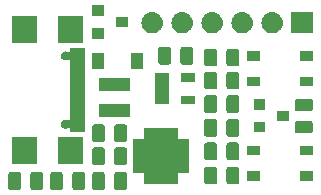
<source format=gbr>
G04 #@! TF.GenerationSoftware,KiCad,Pcbnew,(5.1.4-0-10_14)*
G04 #@! TF.CreationDate,2020-03-29T23:28:37+03:00*
G04 #@! TF.ProjectId,esp32-programmer,65737033-322d-4707-926f-6772616d6d65,rev?*
G04 #@! TF.SameCoordinates,Original*
G04 #@! TF.FileFunction,Soldermask,Top*
G04 #@! TF.FilePolarity,Negative*
%FSLAX46Y46*%
G04 Gerber Fmt 4.6, Leading zero omitted, Abs format (unit mm)*
G04 Created by KiCad (PCBNEW (5.1.4-0-10_14)) date 2020-03-29 23:28:37*
%MOMM*%
%LPD*%
G04 APERTURE LIST*
%ADD10C,0.100000*%
G04 APERTURE END LIST*
D10*
G36*
X64459468Y-108053565D02*
G01*
X64498138Y-108065296D01*
X64533777Y-108084346D01*
X64565017Y-108109983D01*
X64590654Y-108141223D01*
X64609704Y-108176862D01*
X64621435Y-108215532D01*
X64626000Y-108261888D01*
X64626000Y-109338112D01*
X64621435Y-109384468D01*
X64609704Y-109423138D01*
X64590654Y-109458777D01*
X64565017Y-109490017D01*
X64533777Y-109515654D01*
X64498138Y-109534704D01*
X64459468Y-109546435D01*
X64413112Y-109551000D01*
X63761888Y-109551000D01*
X63715532Y-109546435D01*
X63676862Y-109534704D01*
X63641223Y-109515654D01*
X63609983Y-109490017D01*
X63584346Y-109458777D01*
X63565296Y-109423138D01*
X63553565Y-109384468D01*
X63549000Y-109338112D01*
X63549000Y-108261888D01*
X63553565Y-108215532D01*
X63565296Y-108176862D01*
X63584346Y-108141223D01*
X63609983Y-108109983D01*
X63641223Y-108084346D01*
X63676862Y-108065296D01*
X63715532Y-108053565D01*
X63761888Y-108049000D01*
X64413112Y-108049000D01*
X64459468Y-108053565D01*
X64459468Y-108053565D01*
G37*
G36*
X62584468Y-108053565D02*
G01*
X62623138Y-108065296D01*
X62658777Y-108084346D01*
X62690017Y-108109983D01*
X62715654Y-108141223D01*
X62734704Y-108176862D01*
X62746435Y-108215532D01*
X62751000Y-108261888D01*
X62751000Y-109338112D01*
X62746435Y-109384468D01*
X62734704Y-109423138D01*
X62715654Y-109458777D01*
X62690017Y-109490017D01*
X62658777Y-109515654D01*
X62623138Y-109534704D01*
X62584468Y-109546435D01*
X62538112Y-109551000D01*
X61886888Y-109551000D01*
X61840532Y-109546435D01*
X61801862Y-109534704D01*
X61766223Y-109515654D01*
X61734983Y-109490017D01*
X61709346Y-109458777D01*
X61690296Y-109423138D01*
X61678565Y-109384468D01*
X61674000Y-109338112D01*
X61674000Y-108261888D01*
X61678565Y-108215532D01*
X61690296Y-108176862D01*
X61709346Y-108141223D01*
X61734983Y-108109983D01*
X61766223Y-108084346D01*
X61801862Y-108065296D01*
X61840532Y-108053565D01*
X61886888Y-108049000D01*
X62538112Y-108049000D01*
X62584468Y-108053565D01*
X62584468Y-108053565D01*
G37*
G36*
X60909468Y-108053565D02*
G01*
X60948138Y-108065296D01*
X60983777Y-108084346D01*
X61015017Y-108109983D01*
X61040654Y-108141223D01*
X61059704Y-108176862D01*
X61071435Y-108215532D01*
X61076000Y-108261888D01*
X61076000Y-109338112D01*
X61071435Y-109384468D01*
X61059704Y-109423138D01*
X61040654Y-109458777D01*
X61015017Y-109490017D01*
X60983777Y-109515654D01*
X60948138Y-109534704D01*
X60909468Y-109546435D01*
X60863112Y-109551000D01*
X60211888Y-109551000D01*
X60165532Y-109546435D01*
X60126862Y-109534704D01*
X60091223Y-109515654D01*
X60059983Y-109490017D01*
X60034346Y-109458777D01*
X60015296Y-109423138D01*
X60003565Y-109384468D01*
X59999000Y-109338112D01*
X59999000Y-108261888D01*
X60003565Y-108215532D01*
X60015296Y-108176862D01*
X60034346Y-108141223D01*
X60059983Y-108109983D01*
X60091223Y-108084346D01*
X60126862Y-108065296D01*
X60165532Y-108053565D01*
X60211888Y-108049000D01*
X60863112Y-108049000D01*
X60909468Y-108053565D01*
X60909468Y-108053565D01*
G37*
G36*
X59034468Y-108053565D02*
G01*
X59073138Y-108065296D01*
X59108777Y-108084346D01*
X59140017Y-108109983D01*
X59165654Y-108141223D01*
X59184704Y-108176862D01*
X59196435Y-108215532D01*
X59201000Y-108261888D01*
X59201000Y-109338112D01*
X59196435Y-109384468D01*
X59184704Y-109423138D01*
X59165654Y-109458777D01*
X59140017Y-109490017D01*
X59108777Y-109515654D01*
X59073138Y-109534704D01*
X59034468Y-109546435D01*
X58988112Y-109551000D01*
X58336888Y-109551000D01*
X58290532Y-109546435D01*
X58251862Y-109534704D01*
X58216223Y-109515654D01*
X58184983Y-109490017D01*
X58159346Y-109458777D01*
X58140296Y-109423138D01*
X58128565Y-109384468D01*
X58124000Y-109338112D01*
X58124000Y-108261888D01*
X58128565Y-108215532D01*
X58140296Y-108176862D01*
X58159346Y-108141223D01*
X58184983Y-108109983D01*
X58216223Y-108084346D01*
X58251862Y-108065296D01*
X58290532Y-108053565D01*
X58336888Y-108049000D01*
X58988112Y-108049000D01*
X59034468Y-108053565D01*
X59034468Y-108053565D01*
G37*
G36*
X57359468Y-108053565D02*
G01*
X57398138Y-108065296D01*
X57433777Y-108084346D01*
X57465017Y-108109983D01*
X57490654Y-108141223D01*
X57509704Y-108176862D01*
X57521435Y-108215532D01*
X57526000Y-108261888D01*
X57526000Y-109338112D01*
X57521435Y-109384468D01*
X57509704Y-109423138D01*
X57490654Y-109458777D01*
X57465017Y-109490017D01*
X57433777Y-109515654D01*
X57398138Y-109534704D01*
X57359468Y-109546435D01*
X57313112Y-109551000D01*
X56661888Y-109551000D01*
X56615532Y-109546435D01*
X56576862Y-109534704D01*
X56541223Y-109515654D01*
X56509983Y-109490017D01*
X56484346Y-109458777D01*
X56465296Y-109423138D01*
X56453565Y-109384468D01*
X56449000Y-109338112D01*
X56449000Y-108261888D01*
X56453565Y-108215532D01*
X56465296Y-108176862D01*
X56484346Y-108141223D01*
X56509983Y-108109983D01*
X56541223Y-108084346D01*
X56576862Y-108065296D01*
X56615532Y-108053565D01*
X56661888Y-108049000D01*
X57313112Y-108049000D01*
X57359468Y-108053565D01*
X57359468Y-108053565D01*
G37*
G36*
X55484468Y-108053565D02*
G01*
X55523138Y-108065296D01*
X55558777Y-108084346D01*
X55590017Y-108109983D01*
X55615654Y-108141223D01*
X55634704Y-108176862D01*
X55646435Y-108215532D01*
X55651000Y-108261888D01*
X55651000Y-109338112D01*
X55646435Y-109384468D01*
X55634704Y-109423138D01*
X55615654Y-109458777D01*
X55590017Y-109490017D01*
X55558777Y-109515654D01*
X55523138Y-109534704D01*
X55484468Y-109546435D01*
X55438112Y-109551000D01*
X54786888Y-109551000D01*
X54740532Y-109546435D01*
X54701862Y-109534704D01*
X54666223Y-109515654D01*
X54634983Y-109490017D01*
X54609346Y-109458777D01*
X54590296Y-109423138D01*
X54578565Y-109384468D01*
X54574000Y-109338112D01*
X54574000Y-108261888D01*
X54578565Y-108215532D01*
X54590296Y-108176862D01*
X54609346Y-108141223D01*
X54634983Y-108109983D01*
X54666223Y-108084346D01*
X54701862Y-108065296D01*
X54740532Y-108053565D01*
X54786888Y-108049000D01*
X55438112Y-108049000D01*
X55484468Y-108053565D01*
X55484468Y-108053565D01*
G37*
G36*
X66405355Y-104300083D02*
G01*
X66410029Y-104301501D01*
X66414330Y-104303800D01*
X66420702Y-104309029D01*
X66441076Y-104322643D01*
X66463715Y-104332020D01*
X66487749Y-104336800D01*
X66512253Y-104336800D01*
X66536286Y-104332019D01*
X66558925Y-104322642D01*
X66579298Y-104309029D01*
X66585670Y-104303800D01*
X66589971Y-104301501D01*
X66594645Y-104300083D01*
X66605641Y-104299000D01*
X66894359Y-104299000D01*
X66905355Y-104300083D01*
X66910029Y-104301501D01*
X66914330Y-104303800D01*
X66920702Y-104309029D01*
X66941076Y-104322643D01*
X66963715Y-104332020D01*
X66987749Y-104336800D01*
X67012253Y-104336800D01*
X67036286Y-104332019D01*
X67058925Y-104322642D01*
X67079298Y-104309029D01*
X67085670Y-104303800D01*
X67089971Y-104301501D01*
X67094645Y-104300083D01*
X67105641Y-104299000D01*
X67394359Y-104299000D01*
X67405355Y-104300083D01*
X67410029Y-104301501D01*
X67414330Y-104303800D01*
X67420702Y-104309029D01*
X67441076Y-104322643D01*
X67463715Y-104332020D01*
X67487749Y-104336800D01*
X67512253Y-104336800D01*
X67536286Y-104332019D01*
X67558925Y-104322642D01*
X67579298Y-104309029D01*
X67585670Y-104303800D01*
X67589971Y-104301501D01*
X67594645Y-104300083D01*
X67605641Y-104299000D01*
X67894359Y-104299000D01*
X67905355Y-104300083D01*
X67910029Y-104301501D01*
X67914330Y-104303800D01*
X67920702Y-104309029D01*
X67941076Y-104322643D01*
X67963715Y-104332020D01*
X67987749Y-104336800D01*
X68012253Y-104336800D01*
X68036286Y-104332019D01*
X68058925Y-104322642D01*
X68079298Y-104309029D01*
X68085670Y-104303800D01*
X68089971Y-104301501D01*
X68094645Y-104300083D01*
X68105641Y-104299000D01*
X68394359Y-104299000D01*
X68405355Y-104300083D01*
X68410029Y-104301501D01*
X68414330Y-104303800D01*
X68420702Y-104309029D01*
X68441076Y-104322643D01*
X68463715Y-104332020D01*
X68487749Y-104336800D01*
X68512253Y-104336800D01*
X68536286Y-104332019D01*
X68558925Y-104322642D01*
X68579298Y-104309029D01*
X68585670Y-104303800D01*
X68589971Y-104301501D01*
X68594645Y-104300083D01*
X68605641Y-104299000D01*
X68894359Y-104299000D01*
X68905355Y-104300083D01*
X68910029Y-104301501D01*
X68914331Y-104303800D01*
X68918104Y-104306896D01*
X68921200Y-104310669D01*
X68923499Y-104314971D01*
X68924917Y-104319645D01*
X68926000Y-104330641D01*
X68926000Y-105149001D01*
X68928402Y-105173387D01*
X68935515Y-105196836D01*
X68947066Y-105218447D01*
X68962611Y-105237389D01*
X68981553Y-105252934D01*
X69003164Y-105264485D01*
X69026613Y-105271598D01*
X69050999Y-105274000D01*
X69869359Y-105274000D01*
X69880355Y-105275083D01*
X69885029Y-105276501D01*
X69889331Y-105278800D01*
X69893104Y-105281896D01*
X69896200Y-105285669D01*
X69898499Y-105289971D01*
X69899917Y-105294645D01*
X69901000Y-105305641D01*
X69901000Y-105594359D01*
X69899917Y-105605355D01*
X69898499Y-105610029D01*
X69896200Y-105614330D01*
X69890971Y-105620702D01*
X69877357Y-105641076D01*
X69867980Y-105663715D01*
X69863200Y-105687749D01*
X69863200Y-105712253D01*
X69867981Y-105736286D01*
X69877358Y-105758925D01*
X69890971Y-105779298D01*
X69896200Y-105785670D01*
X69898499Y-105789971D01*
X69899917Y-105794645D01*
X69901000Y-105805641D01*
X69901000Y-106094359D01*
X69899917Y-106105355D01*
X69898499Y-106110029D01*
X69896200Y-106114330D01*
X69890971Y-106120702D01*
X69877357Y-106141076D01*
X69867980Y-106163715D01*
X69863200Y-106187749D01*
X69863200Y-106212253D01*
X69867981Y-106236286D01*
X69877358Y-106258925D01*
X69890971Y-106279298D01*
X69896200Y-106285670D01*
X69898499Y-106289971D01*
X69899917Y-106294645D01*
X69901000Y-106305641D01*
X69901000Y-106594359D01*
X69899917Y-106605355D01*
X69898499Y-106610029D01*
X69896200Y-106614330D01*
X69890971Y-106620702D01*
X69877357Y-106641076D01*
X69867980Y-106663715D01*
X69863200Y-106687749D01*
X69863200Y-106712253D01*
X69867981Y-106736286D01*
X69877358Y-106758925D01*
X69890971Y-106779298D01*
X69896200Y-106785670D01*
X69898499Y-106789971D01*
X69899917Y-106794645D01*
X69901000Y-106805641D01*
X69901000Y-107094359D01*
X69899917Y-107105355D01*
X69898499Y-107110029D01*
X69896200Y-107114330D01*
X69890971Y-107120702D01*
X69877357Y-107141076D01*
X69867980Y-107163715D01*
X69863200Y-107187749D01*
X69863200Y-107212253D01*
X69867981Y-107236286D01*
X69877358Y-107258925D01*
X69890971Y-107279298D01*
X69896200Y-107285670D01*
X69898499Y-107289971D01*
X69899917Y-107294645D01*
X69901000Y-107305641D01*
X69901000Y-107594359D01*
X69899917Y-107605355D01*
X69898499Y-107610029D01*
X69896200Y-107614330D01*
X69890971Y-107620702D01*
X69877357Y-107641076D01*
X69867980Y-107663715D01*
X69863200Y-107687749D01*
X69863200Y-107712253D01*
X69867981Y-107736286D01*
X69877358Y-107758925D01*
X69890971Y-107779298D01*
X69896200Y-107785670D01*
X69898499Y-107789971D01*
X69899917Y-107794645D01*
X69901000Y-107805641D01*
X69901000Y-108094359D01*
X69899917Y-108105355D01*
X69898499Y-108110029D01*
X69896200Y-108114331D01*
X69893104Y-108118104D01*
X69889331Y-108121200D01*
X69885029Y-108123499D01*
X69880355Y-108124917D01*
X69869359Y-108126000D01*
X69050999Y-108126000D01*
X69026613Y-108128402D01*
X69003164Y-108135515D01*
X68981553Y-108147066D01*
X68962611Y-108162611D01*
X68947066Y-108181553D01*
X68935515Y-108203164D01*
X68928402Y-108226613D01*
X68926000Y-108250999D01*
X68926000Y-109069359D01*
X68924917Y-109080355D01*
X68923499Y-109085029D01*
X68921200Y-109089331D01*
X68918104Y-109093104D01*
X68914331Y-109096200D01*
X68910029Y-109098499D01*
X68905355Y-109099917D01*
X68894359Y-109101000D01*
X68605641Y-109101000D01*
X68594645Y-109099917D01*
X68589971Y-109098499D01*
X68585670Y-109096200D01*
X68579298Y-109090971D01*
X68558924Y-109077357D01*
X68536285Y-109067980D01*
X68512251Y-109063200D01*
X68487747Y-109063200D01*
X68463714Y-109067981D01*
X68441075Y-109077358D01*
X68420702Y-109090971D01*
X68414330Y-109096200D01*
X68410029Y-109098499D01*
X68405355Y-109099917D01*
X68394359Y-109101000D01*
X68105641Y-109101000D01*
X68094645Y-109099917D01*
X68089971Y-109098499D01*
X68085670Y-109096200D01*
X68079298Y-109090971D01*
X68058924Y-109077357D01*
X68036285Y-109067980D01*
X68012251Y-109063200D01*
X67987747Y-109063200D01*
X67963714Y-109067981D01*
X67941075Y-109077358D01*
X67920702Y-109090971D01*
X67914330Y-109096200D01*
X67910029Y-109098499D01*
X67905355Y-109099917D01*
X67894359Y-109101000D01*
X67605641Y-109101000D01*
X67594645Y-109099917D01*
X67589971Y-109098499D01*
X67585670Y-109096200D01*
X67579298Y-109090971D01*
X67558924Y-109077357D01*
X67536285Y-109067980D01*
X67512251Y-109063200D01*
X67487747Y-109063200D01*
X67463714Y-109067981D01*
X67441075Y-109077358D01*
X67420702Y-109090971D01*
X67414330Y-109096200D01*
X67410029Y-109098499D01*
X67405355Y-109099917D01*
X67394359Y-109101000D01*
X67105641Y-109101000D01*
X67094645Y-109099917D01*
X67089971Y-109098499D01*
X67085670Y-109096200D01*
X67079298Y-109090971D01*
X67058924Y-109077357D01*
X67036285Y-109067980D01*
X67012251Y-109063200D01*
X66987747Y-109063200D01*
X66963714Y-109067981D01*
X66941075Y-109077358D01*
X66920702Y-109090971D01*
X66914330Y-109096200D01*
X66910029Y-109098499D01*
X66905355Y-109099917D01*
X66894359Y-109101000D01*
X66605641Y-109101000D01*
X66594645Y-109099917D01*
X66589971Y-109098499D01*
X66585670Y-109096200D01*
X66579298Y-109090971D01*
X66558924Y-109077357D01*
X66536285Y-109067980D01*
X66512251Y-109063200D01*
X66487747Y-109063200D01*
X66463714Y-109067981D01*
X66441075Y-109077358D01*
X66420702Y-109090971D01*
X66414330Y-109096200D01*
X66410029Y-109098499D01*
X66405355Y-109099917D01*
X66394359Y-109101000D01*
X66105641Y-109101000D01*
X66094645Y-109099917D01*
X66089971Y-109098499D01*
X66085669Y-109096200D01*
X66081896Y-109093104D01*
X66078800Y-109089331D01*
X66076501Y-109085029D01*
X66075083Y-109080355D01*
X66074000Y-109069359D01*
X66074000Y-108250999D01*
X66071598Y-108226613D01*
X66064485Y-108203164D01*
X66052934Y-108181553D01*
X66037389Y-108162611D01*
X66018447Y-108147066D01*
X65996836Y-108135515D01*
X65973387Y-108128402D01*
X65949001Y-108126000D01*
X65130641Y-108126000D01*
X65119645Y-108124917D01*
X65114971Y-108123499D01*
X65110669Y-108121200D01*
X65106896Y-108118104D01*
X65103800Y-108114331D01*
X65101501Y-108110029D01*
X65100083Y-108105355D01*
X65099000Y-108094359D01*
X65099000Y-107805641D01*
X65100083Y-107794645D01*
X65101501Y-107789971D01*
X65103800Y-107785670D01*
X65109029Y-107779298D01*
X65122643Y-107758924D01*
X65132020Y-107736285D01*
X65136800Y-107712251D01*
X65136800Y-107687747D01*
X65132019Y-107663714D01*
X65122642Y-107641075D01*
X65109029Y-107620702D01*
X65103800Y-107614330D01*
X65101501Y-107610029D01*
X65100083Y-107605355D01*
X65099000Y-107594359D01*
X65099000Y-107305641D01*
X65100083Y-107294645D01*
X65101501Y-107289971D01*
X65103800Y-107285670D01*
X65109029Y-107279298D01*
X65122643Y-107258924D01*
X65132020Y-107236285D01*
X65136800Y-107212251D01*
X65136800Y-107187747D01*
X65132019Y-107163714D01*
X65122642Y-107141075D01*
X65109029Y-107120702D01*
X65103800Y-107114330D01*
X65101501Y-107110029D01*
X65100083Y-107105355D01*
X65099000Y-107094359D01*
X65099000Y-106805641D01*
X65100083Y-106794645D01*
X65101501Y-106789971D01*
X65103800Y-106785670D01*
X65109029Y-106779298D01*
X65122643Y-106758924D01*
X65132020Y-106736285D01*
X65136800Y-106712251D01*
X65136800Y-106687747D01*
X65132019Y-106663714D01*
X65122642Y-106641075D01*
X65109029Y-106620702D01*
X65103800Y-106614330D01*
X65101501Y-106610029D01*
X65100083Y-106605355D01*
X65099000Y-106594359D01*
X65099000Y-106305641D01*
X65100083Y-106294645D01*
X65101501Y-106289971D01*
X65103800Y-106285670D01*
X65109029Y-106279298D01*
X65122643Y-106258924D01*
X65132020Y-106236285D01*
X65136800Y-106212251D01*
X65136800Y-106187747D01*
X65132019Y-106163714D01*
X65122642Y-106141075D01*
X65109029Y-106120702D01*
X65103800Y-106114330D01*
X65101501Y-106110029D01*
X65100083Y-106105355D01*
X65099000Y-106094359D01*
X65099000Y-105805641D01*
X65100083Y-105794645D01*
X65101501Y-105789971D01*
X65103800Y-105785670D01*
X65109029Y-105779298D01*
X65122643Y-105758924D01*
X65132020Y-105736285D01*
X65136800Y-105712251D01*
X65136800Y-105687747D01*
X65132019Y-105663714D01*
X65122642Y-105641075D01*
X65109029Y-105620702D01*
X65103800Y-105614330D01*
X65101501Y-105610029D01*
X65100083Y-105605355D01*
X65099000Y-105594359D01*
X65099000Y-105305641D01*
X65100083Y-105294645D01*
X65101501Y-105289971D01*
X65103800Y-105285669D01*
X65106896Y-105281896D01*
X65110669Y-105278800D01*
X65114971Y-105276501D01*
X65119645Y-105275083D01*
X65130641Y-105274000D01*
X65949001Y-105274000D01*
X65973387Y-105271598D01*
X65996836Y-105264485D01*
X66018447Y-105252934D01*
X66037389Y-105237389D01*
X66052934Y-105218447D01*
X66064485Y-105196836D01*
X66071598Y-105173387D01*
X66074000Y-105149001D01*
X66074000Y-104330641D01*
X66075083Y-104319645D01*
X66076501Y-104314971D01*
X66078800Y-104310669D01*
X66081896Y-104306896D01*
X66085669Y-104303800D01*
X66089971Y-104301501D01*
X66094645Y-104300083D01*
X66105641Y-104299000D01*
X66394359Y-104299000D01*
X66405355Y-104300083D01*
X66405355Y-104300083D01*
G37*
G36*
X72084468Y-107603565D02*
G01*
X72123138Y-107615296D01*
X72158777Y-107634346D01*
X72190017Y-107659983D01*
X72215654Y-107691223D01*
X72234704Y-107726862D01*
X72246435Y-107765532D01*
X72251000Y-107811888D01*
X72251000Y-108888112D01*
X72246435Y-108934468D01*
X72234704Y-108973138D01*
X72215654Y-109008777D01*
X72190017Y-109040017D01*
X72158777Y-109065654D01*
X72123138Y-109084704D01*
X72084468Y-109096435D01*
X72038112Y-109101000D01*
X71386888Y-109101000D01*
X71340532Y-109096435D01*
X71301862Y-109084704D01*
X71266223Y-109065654D01*
X71234983Y-109040017D01*
X71209346Y-109008777D01*
X71190296Y-108973138D01*
X71178565Y-108934468D01*
X71174000Y-108888112D01*
X71174000Y-107811888D01*
X71178565Y-107765532D01*
X71190296Y-107726862D01*
X71209346Y-107691223D01*
X71234983Y-107659983D01*
X71266223Y-107634346D01*
X71301862Y-107615296D01*
X71340532Y-107603565D01*
X71386888Y-107599000D01*
X72038112Y-107599000D01*
X72084468Y-107603565D01*
X72084468Y-107603565D01*
G37*
G36*
X73959468Y-107603565D02*
G01*
X73998138Y-107615296D01*
X74033777Y-107634346D01*
X74065017Y-107659983D01*
X74090654Y-107691223D01*
X74109704Y-107726862D01*
X74121435Y-107765532D01*
X74126000Y-107811888D01*
X74126000Y-108888112D01*
X74121435Y-108934468D01*
X74109704Y-108973138D01*
X74090654Y-109008777D01*
X74065017Y-109040017D01*
X74033777Y-109065654D01*
X73998138Y-109084704D01*
X73959468Y-109096435D01*
X73913112Y-109101000D01*
X73261888Y-109101000D01*
X73215532Y-109096435D01*
X73176862Y-109084704D01*
X73141223Y-109065654D01*
X73109983Y-109040017D01*
X73084346Y-109008777D01*
X73065296Y-108973138D01*
X73053565Y-108934468D01*
X73049000Y-108888112D01*
X73049000Y-107811888D01*
X73053565Y-107765532D01*
X73065296Y-107726862D01*
X73084346Y-107691223D01*
X73109983Y-107659983D01*
X73141223Y-107634346D01*
X73176862Y-107615296D01*
X73215532Y-107603565D01*
X73261888Y-107599000D01*
X73913112Y-107599000D01*
X73959468Y-107603565D01*
X73959468Y-107603565D01*
G37*
G36*
X80351000Y-108776000D02*
G01*
X79249000Y-108776000D01*
X79249000Y-107974000D01*
X80351000Y-107974000D01*
X80351000Y-108776000D01*
X80351000Y-108776000D01*
G37*
G36*
X75851000Y-108776000D02*
G01*
X74749000Y-108776000D01*
X74749000Y-107974000D01*
X75851000Y-107974000D01*
X75851000Y-108776000D01*
X75851000Y-108776000D01*
G37*
G36*
X64459468Y-105953565D02*
G01*
X64498138Y-105965296D01*
X64533777Y-105984346D01*
X64565017Y-106009983D01*
X64590654Y-106041223D01*
X64609704Y-106076862D01*
X64621435Y-106115532D01*
X64626000Y-106161888D01*
X64626000Y-107238112D01*
X64621435Y-107284468D01*
X64609704Y-107323138D01*
X64590654Y-107358777D01*
X64565017Y-107390017D01*
X64533777Y-107415654D01*
X64498138Y-107434704D01*
X64459468Y-107446435D01*
X64413112Y-107451000D01*
X63761888Y-107451000D01*
X63715532Y-107446435D01*
X63676862Y-107434704D01*
X63641223Y-107415654D01*
X63609983Y-107390017D01*
X63584346Y-107358777D01*
X63565296Y-107323138D01*
X63553565Y-107284468D01*
X63549000Y-107238112D01*
X63549000Y-106161888D01*
X63553565Y-106115532D01*
X63565296Y-106076862D01*
X63584346Y-106041223D01*
X63609983Y-106009983D01*
X63641223Y-105984346D01*
X63676862Y-105965296D01*
X63715532Y-105953565D01*
X63761888Y-105949000D01*
X64413112Y-105949000D01*
X64459468Y-105953565D01*
X64459468Y-105953565D01*
G37*
G36*
X62584468Y-105953565D02*
G01*
X62623138Y-105965296D01*
X62658777Y-105984346D01*
X62690017Y-106009983D01*
X62715654Y-106041223D01*
X62734704Y-106076862D01*
X62746435Y-106115532D01*
X62751000Y-106161888D01*
X62751000Y-107238112D01*
X62746435Y-107284468D01*
X62734704Y-107323138D01*
X62715654Y-107358777D01*
X62690017Y-107390017D01*
X62658777Y-107415654D01*
X62623138Y-107434704D01*
X62584468Y-107446435D01*
X62538112Y-107451000D01*
X61886888Y-107451000D01*
X61840532Y-107446435D01*
X61801862Y-107434704D01*
X61766223Y-107415654D01*
X61734983Y-107390017D01*
X61709346Y-107358777D01*
X61690296Y-107323138D01*
X61678565Y-107284468D01*
X61674000Y-107238112D01*
X61674000Y-106161888D01*
X61678565Y-106115532D01*
X61690296Y-106076862D01*
X61709346Y-106041223D01*
X61734983Y-106009983D01*
X61766223Y-105984346D01*
X61801862Y-105965296D01*
X61840532Y-105953565D01*
X61886888Y-105949000D01*
X62538112Y-105949000D01*
X62584468Y-105953565D01*
X62584468Y-105953565D01*
G37*
G36*
X56971000Y-107351000D02*
G01*
X54869000Y-107351000D01*
X54869000Y-105069000D01*
X56971000Y-105069000D01*
X56971000Y-107351000D01*
X56971000Y-107351000D01*
G37*
G36*
X60901000Y-107351000D02*
G01*
X58799000Y-107351000D01*
X58799000Y-105069000D01*
X60901000Y-105069000D01*
X60901000Y-107351000D01*
X60901000Y-107351000D01*
G37*
G36*
X73959468Y-105553565D02*
G01*
X73998138Y-105565296D01*
X74033777Y-105584346D01*
X74065017Y-105609983D01*
X74090654Y-105641223D01*
X74109704Y-105676862D01*
X74121435Y-105715532D01*
X74126000Y-105761888D01*
X74126000Y-106838112D01*
X74121435Y-106884468D01*
X74109704Y-106923138D01*
X74090654Y-106958777D01*
X74065017Y-106990017D01*
X74033777Y-107015654D01*
X73998138Y-107034704D01*
X73959468Y-107046435D01*
X73913112Y-107051000D01*
X73261888Y-107051000D01*
X73215532Y-107046435D01*
X73176862Y-107034704D01*
X73141223Y-107015654D01*
X73109983Y-106990017D01*
X73084346Y-106958777D01*
X73065296Y-106923138D01*
X73053565Y-106884468D01*
X73049000Y-106838112D01*
X73049000Y-105761888D01*
X73053565Y-105715532D01*
X73065296Y-105676862D01*
X73084346Y-105641223D01*
X73109983Y-105609983D01*
X73141223Y-105584346D01*
X73176862Y-105565296D01*
X73215532Y-105553565D01*
X73261888Y-105549000D01*
X73913112Y-105549000D01*
X73959468Y-105553565D01*
X73959468Y-105553565D01*
G37*
G36*
X72084468Y-105553565D02*
G01*
X72123138Y-105565296D01*
X72158777Y-105584346D01*
X72190017Y-105609983D01*
X72215654Y-105641223D01*
X72234704Y-105676862D01*
X72246435Y-105715532D01*
X72251000Y-105761888D01*
X72251000Y-106838112D01*
X72246435Y-106884468D01*
X72234704Y-106923138D01*
X72215654Y-106958777D01*
X72190017Y-106990017D01*
X72158777Y-107015654D01*
X72123138Y-107034704D01*
X72084468Y-107046435D01*
X72038112Y-107051000D01*
X71386888Y-107051000D01*
X71340532Y-107046435D01*
X71301862Y-107034704D01*
X71266223Y-107015654D01*
X71234983Y-106990017D01*
X71209346Y-106958777D01*
X71190296Y-106923138D01*
X71178565Y-106884468D01*
X71174000Y-106838112D01*
X71174000Y-105761888D01*
X71178565Y-105715532D01*
X71190296Y-105676862D01*
X71209346Y-105641223D01*
X71234983Y-105609983D01*
X71266223Y-105584346D01*
X71301862Y-105565296D01*
X71340532Y-105553565D01*
X71386888Y-105549000D01*
X72038112Y-105549000D01*
X72084468Y-105553565D01*
X72084468Y-105553565D01*
G37*
G36*
X80351000Y-106626000D02*
G01*
X79249000Y-106626000D01*
X79249000Y-105824000D01*
X80351000Y-105824000D01*
X80351000Y-106626000D01*
X80351000Y-106626000D01*
G37*
G36*
X75851000Y-106626000D02*
G01*
X74749000Y-106626000D01*
X74749000Y-105824000D01*
X75851000Y-105824000D01*
X75851000Y-106626000D01*
X75851000Y-106626000D01*
G37*
G36*
X62584468Y-104003565D02*
G01*
X62623138Y-104015296D01*
X62658777Y-104034346D01*
X62690017Y-104059983D01*
X62715654Y-104091223D01*
X62734704Y-104126862D01*
X62746435Y-104165532D01*
X62751000Y-104211888D01*
X62751000Y-105288112D01*
X62746435Y-105334468D01*
X62734704Y-105373138D01*
X62715654Y-105408777D01*
X62690017Y-105440017D01*
X62658777Y-105465654D01*
X62623138Y-105484704D01*
X62584468Y-105496435D01*
X62538112Y-105501000D01*
X61886888Y-105501000D01*
X61840532Y-105496435D01*
X61801862Y-105484704D01*
X61766223Y-105465654D01*
X61734983Y-105440017D01*
X61709346Y-105408777D01*
X61690296Y-105373138D01*
X61678565Y-105334468D01*
X61674000Y-105288112D01*
X61674000Y-104211888D01*
X61678565Y-104165532D01*
X61690296Y-104126862D01*
X61709346Y-104091223D01*
X61734983Y-104059983D01*
X61766223Y-104034346D01*
X61801862Y-104015296D01*
X61840532Y-104003565D01*
X61886888Y-103999000D01*
X62538112Y-103999000D01*
X62584468Y-104003565D01*
X62584468Y-104003565D01*
G37*
G36*
X64459468Y-104003565D02*
G01*
X64498138Y-104015296D01*
X64533777Y-104034346D01*
X64565017Y-104059983D01*
X64590654Y-104091223D01*
X64609704Y-104126862D01*
X64621435Y-104165532D01*
X64626000Y-104211888D01*
X64626000Y-105288112D01*
X64621435Y-105334468D01*
X64609704Y-105373138D01*
X64590654Y-105408777D01*
X64565017Y-105440017D01*
X64533777Y-105465654D01*
X64498138Y-105484704D01*
X64459468Y-105496435D01*
X64413112Y-105501000D01*
X63761888Y-105501000D01*
X63715532Y-105496435D01*
X63676862Y-105484704D01*
X63641223Y-105465654D01*
X63609983Y-105440017D01*
X63584346Y-105408777D01*
X63565296Y-105373138D01*
X63553565Y-105334468D01*
X63549000Y-105288112D01*
X63549000Y-104211888D01*
X63553565Y-104165532D01*
X63565296Y-104126862D01*
X63584346Y-104091223D01*
X63609983Y-104059983D01*
X63641223Y-104034346D01*
X63676862Y-104015296D01*
X63715532Y-104003565D01*
X63761888Y-103999000D01*
X64413112Y-103999000D01*
X64459468Y-104003565D01*
X64459468Y-104003565D01*
G37*
G36*
X72084468Y-103553565D02*
G01*
X72123138Y-103565296D01*
X72158777Y-103584346D01*
X72190017Y-103609983D01*
X72215654Y-103641223D01*
X72234704Y-103676862D01*
X72246435Y-103715532D01*
X72251000Y-103761888D01*
X72251000Y-104838112D01*
X72246435Y-104884468D01*
X72234704Y-104923138D01*
X72215654Y-104958777D01*
X72190017Y-104990017D01*
X72158777Y-105015654D01*
X72123138Y-105034704D01*
X72084468Y-105046435D01*
X72038112Y-105051000D01*
X71386888Y-105051000D01*
X71340532Y-105046435D01*
X71301862Y-105034704D01*
X71266223Y-105015654D01*
X71234983Y-104990017D01*
X71209346Y-104958777D01*
X71190296Y-104923138D01*
X71178565Y-104884468D01*
X71174000Y-104838112D01*
X71174000Y-103761888D01*
X71178565Y-103715532D01*
X71190296Y-103676862D01*
X71209346Y-103641223D01*
X71234983Y-103609983D01*
X71266223Y-103584346D01*
X71301862Y-103565296D01*
X71340532Y-103553565D01*
X71386888Y-103549000D01*
X72038112Y-103549000D01*
X72084468Y-103553565D01*
X72084468Y-103553565D01*
G37*
G36*
X73959468Y-103553565D02*
G01*
X73998138Y-103565296D01*
X74033777Y-103584346D01*
X74065017Y-103609983D01*
X74090654Y-103641223D01*
X74109704Y-103676862D01*
X74121435Y-103715532D01*
X74126000Y-103761888D01*
X74126000Y-104838112D01*
X74121435Y-104884468D01*
X74109704Y-104923138D01*
X74090654Y-104958777D01*
X74065017Y-104990017D01*
X74033777Y-105015654D01*
X73998138Y-105034704D01*
X73959468Y-105046435D01*
X73913112Y-105051000D01*
X73261888Y-105051000D01*
X73215532Y-105046435D01*
X73176862Y-105034704D01*
X73141223Y-105015654D01*
X73109983Y-104990017D01*
X73084346Y-104958777D01*
X73065296Y-104923138D01*
X73053565Y-104884468D01*
X73049000Y-104838112D01*
X73049000Y-103761888D01*
X73053565Y-103715532D01*
X73065296Y-103676862D01*
X73084346Y-103641223D01*
X73109983Y-103609983D01*
X73141223Y-103584346D01*
X73176862Y-103565296D01*
X73215532Y-103553565D01*
X73261888Y-103549000D01*
X73913112Y-103549000D01*
X73959468Y-103553565D01*
X73959468Y-103553565D01*
G37*
G36*
X80184468Y-103703565D02*
G01*
X80223138Y-103715296D01*
X80258777Y-103734346D01*
X80290017Y-103759983D01*
X80315654Y-103791223D01*
X80334704Y-103826862D01*
X80346435Y-103865532D01*
X80351000Y-103911888D01*
X80351000Y-104563112D01*
X80346435Y-104609468D01*
X80334704Y-104648138D01*
X80315654Y-104683777D01*
X80290017Y-104715017D01*
X80258777Y-104740654D01*
X80223138Y-104759704D01*
X80184468Y-104771435D01*
X80138112Y-104776000D01*
X79061888Y-104776000D01*
X79015532Y-104771435D01*
X78976862Y-104759704D01*
X78941223Y-104740654D01*
X78909983Y-104715017D01*
X78884346Y-104683777D01*
X78865296Y-104648138D01*
X78853565Y-104609468D01*
X78849000Y-104563112D01*
X78849000Y-103911888D01*
X78853565Y-103865532D01*
X78865296Y-103826862D01*
X78884346Y-103791223D01*
X78909983Y-103759983D01*
X78941223Y-103734346D01*
X78976862Y-103715296D01*
X79015532Y-103703565D01*
X79061888Y-103699000D01*
X80138112Y-103699000D01*
X80184468Y-103703565D01*
X80184468Y-103703565D01*
G37*
G36*
X76351000Y-104701000D02*
G01*
X75349000Y-104701000D01*
X75349000Y-103799000D01*
X76351000Y-103799000D01*
X76351000Y-104701000D01*
X76351000Y-104701000D01*
G37*
G36*
X61051000Y-104651000D02*
G01*
X59799000Y-104651000D01*
X59799000Y-104418819D01*
X59796598Y-104394433D01*
X59789485Y-104370984D01*
X59777934Y-104349373D01*
X59762389Y-104330431D01*
X59743447Y-104314886D01*
X59721836Y-104303335D01*
X59698387Y-104296222D01*
X59674001Y-104293820D01*
X59649615Y-104296222D01*
X59626166Y-104303335D01*
X59604564Y-104314881D01*
X59592103Y-104323207D01*
X59523675Y-104351550D01*
X59523674Y-104351550D01*
X59523672Y-104351551D01*
X59451034Y-104366000D01*
X59376966Y-104366000D01*
X59304328Y-104351551D01*
X59304326Y-104351550D01*
X59304325Y-104351550D01*
X59235897Y-104323207D01*
X59174314Y-104282058D01*
X59121942Y-104229686D01*
X59080793Y-104168103D01*
X59052450Y-104099675D01*
X59050769Y-104091223D01*
X59038000Y-104027034D01*
X59038000Y-103952966D01*
X59052449Y-103880328D01*
X59052450Y-103880325D01*
X59080793Y-103811897D01*
X59121942Y-103750314D01*
X59174314Y-103697942D01*
X59235897Y-103656793D01*
X59304325Y-103628450D01*
X59304326Y-103628450D01*
X59304328Y-103628449D01*
X59376966Y-103614000D01*
X59451034Y-103614000D01*
X59523672Y-103628449D01*
X59523674Y-103628450D01*
X59523675Y-103628450D01*
X59592103Y-103656793D01*
X59604564Y-103665119D01*
X59626167Y-103676665D01*
X59649616Y-103683778D01*
X59674002Y-103686180D01*
X59698388Y-103683778D01*
X59721837Y-103676665D01*
X59743448Y-103665113D01*
X59762389Y-103649568D01*
X59777935Y-103630626D01*
X59789485Y-103609015D01*
X59796598Y-103585566D01*
X59799000Y-103561181D01*
X59799000Y-98638819D01*
X59796598Y-98614433D01*
X59789485Y-98590984D01*
X59777934Y-98569373D01*
X59762389Y-98550431D01*
X59743447Y-98534886D01*
X59721836Y-98523335D01*
X59698387Y-98516222D01*
X59674001Y-98513820D01*
X59649615Y-98516222D01*
X59626166Y-98523335D01*
X59604564Y-98534881D01*
X59592103Y-98543207D01*
X59523675Y-98571550D01*
X59523674Y-98571550D01*
X59523672Y-98571551D01*
X59451034Y-98586000D01*
X59376966Y-98586000D01*
X59304328Y-98571551D01*
X59304326Y-98571550D01*
X59304325Y-98571550D01*
X59235897Y-98543207D01*
X59174314Y-98502058D01*
X59121942Y-98449686D01*
X59080793Y-98388103D01*
X59052450Y-98319675D01*
X59038000Y-98247033D01*
X59038000Y-98172967D01*
X59052450Y-98100325D01*
X59080793Y-98031897D01*
X59121942Y-97970314D01*
X59174314Y-97917942D01*
X59235897Y-97876793D01*
X59304325Y-97848450D01*
X59304326Y-97848450D01*
X59304328Y-97848449D01*
X59376966Y-97834000D01*
X59451034Y-97834000D01*
X59523672Y-97848449D01*
X59523674Y-97848450D01*
X59523675Y-97848450D01*
X59592103Y-97876793D01*
X59604564Y-97885119D01*
X59626167Y-97896665D01*
X59649616Y-97903778D01*
X59674002Y-97906180D01*
X59698388Y-97903778D01*
X59721837Y-97896665D01*
X59743448Y-97885113D01*
X59762389Y-97869568D01*
X59777935Y-97850626D01*
X59789485Y-97829015D01*
X59796598Y-97805566D01*
X59799000Y-97781181D01*
X59799000Y-97549000D01*
X61051000Y-97549000D01*
X61051000Y-104651000D01*
X61051000Y-104651000D01*
G37*
G36*
X78351000Y-103751000D02*
G01*
X77349000Y-103751000D01*
X77349000Y-102849000D01*
X78351000Y-102849000D01*
X78351000Y-103751000D01*
X78351000Y-103751000D01*
G37*
G36*
X64876000Y-103431000D02*
G01*
X62224000Y-103431000D01*
X62224000Y-102269000D01*
X64876000Y-102269000D01*
X64876000Y-103431000D01*
X64876000Y-103431000D01*
G37*
G36*
X73959468Y-101553565D02*
G01*
X73998138Y-101565296D01*
X74033777Y-101584346D01*
X74065017Y-101609983D01*
X74090654Y-101641223D01*
X74109704Y-101676862D01*
X74121435Y-101715532D01*
X74126000Y-101761888D01*
X74126000Y-102838112D01*
X74121435Y-102884468D01*
X74109704Y-102923138D01*
X74090654Y-102958777D01*
X74065017Y-102990017D01*
X74033777Y-103015654D01*
X73998138Y-103034704D01*
X73959468Y-103046435D01*
X73913112Y-103051000D01*
X73261888Y-103051000D01*
X73215532Y-103046435D01*
X73176862Y-103034704D01*
X73141223Y-103015654D01*
X73109983Y-102990017D01*
X73084346Y-102958777D01*
X73065296Y-102923138D01*
X73053565Y-102884468D01*
X73049000Y-102838112D01*
X73049000Y-101761888D01*
X73053565Y-101715532D01*
X73065296Y-101676862D01*
X73084346Y-101641223D01*
X73109983Y-101609983D01*
X73141223Y-101584346D01*
X73176862Y-101565296D01*
X73215532Y-101553565D01*
X73261888Y-101549000D01*
X73913112Y-101549000D01*
X73959468Y-101553565D01*
X73959468Y-101553565D01*
G37*
G36*
X72084468Y-101553565D02*
G01*
X72123138Y-101565296D01*
X72158777Y-101584346D01*
X72190017Y-101609983D01*
X72215654Y-101641223D01*
X72234704Y-101676862D01*
X72246435Y-101715532D01*
X72251000Y-101761888D01*
X72251000Y-102838112D01*
X72246435Y-102884468D01*
X72234704Y-102923138D01*
X72215654Y-102958777D01*
X72190017Y-102990017D01*
X72158777Y-103015654D01*
X72123138Y-103034704D01*
X72084468Y-103046435D01*
X72038112Y-103051000D01*
X71386888Y-103051000D01*
X71340532Y-103046435D01*
X71301862Y-103034704D01*
X71266223Y-103015654D01*
X71234983Y-102990017D01*
X71209346Y-102958777D01*
X71190296Y-102923138D01*
X71178565Y-102884468D01*
X71174000Y-102838112D01*
X71174000Y-101761888D01*
X71178565Y-101715532D01*
X71190296Y-101676862D01*
X71209346Y-101641223D01*
X71234983Y-101609983D01*
X71266223Y-101584346D01*
X71301862Y-101565296D01*
X71340532Y-101553565D01*
X71386888Y-101549000D01*
X72038112Y-101549000D01*
X72084468Y-101553565D01*
X72084468Y-101553565D01*
G37*
G36*
X80184468Y-101828565D02*
G01*
X80223138Y-101840296D01*
X80258777Y-101859346D01*
X80290017Y-101884983D01*
X80315654Y-101916223D01*
X80334704Y-101951862D01*
X80346435Y-101990532D01*
X80351000Y-102036888D01*
X80351000Y-102688112D01*
X80346435Y-102734468D01*
X80334704Y-102773138D01*
X80315654Y-102808777D01*
X80290017Y-102840017D01*
X80258777Y-102865654D01*
X80223138Y-102884704D01*
X80184468Y-102896435D01*
X80138112Y-102901000D01*
X79061888Y-102901000D01*
X79015532Y-102896435D01*
X78976862Y-102884704D01*
X78941223Y-102865654D01*
X78909983Y-102840017D01*
X78884346Y-102808777D01*
X78865296Y-102773138D01*
X78853565Y-102734468D01*
X78849000Y-102688112D01*
X78849000Y-102036888D01*
X78853565Y-101990532D01*
X78865296Y-101951862D01*
X78884346Y-101916223D01*
X78909983Y-101884983D01*
X78941223Y-101859346D01*
X78976862Y-101840296D01*
X79015532Y-101828565D01*
X79061888Y-101824000D01*
X80138112Y-101824000D01*
X80184468Y-101828565D01*
X80184468Y-101828565D01*
G37*
G36*
X76351000Y-102801000D02*
G01*
X75349000Y-102801000D01*
X75349000Y-101899000D01*
X76351000Y-101899000D01*
X76351000Y-102801000D01*
X76351000Y-102801000D01*
G37*
G36*
X68181000Y-102326000D02*
G01*
X67019000Y-102326000D01*
X67019000Y-99674000D01*
X68181000Y-99674000D01*
X68181000Y-102326000D01*
X68181000Y-102326000D01*
G37*
G36*
X70381000Y-102326000D02*
G01*
X69219000Y-102326000D01*
X69219000Y-101574000D01*
X70381000Y-101574000D01*
X70381000Y-102326000D01*
X70381000Y-102326000D01*
G37*
G36*
X64876000Y-101231000D02*
G01*
X62224000Y-101231000D01*
X62224000Y-100069000D01*
X64876000Y-100069000D01*
X64876000Y-101231000D01*
X64876000Y-101231000D01*
G37*
G36*
X72084468Y-99553565D02*
G01*
X72123138Y-99565296D01*
X72158777Y-99584346D01*
X72190017Y-99609983D01*
X72215654Y-99641223D01*
X72234704Y-99676862D01*
X72246435Y-99715532D01*
X72251000Y-99761888D01*
X72251000Y-100838112D01*
X72246435Y-100884468D01*
X72234704Y-100923138D01*
X72215654Y-100958777D01*
X72190017Y-100990017D01*
X72158777Y-101015654D01*
X72123138Y-101034704D01*
X72084468Y-101046435D01*
X72038112Y-101051000D01*
X71386888Y-101051000D01*
X71340532Y-101046435D01*
X71301862Y-101034704D01*
X71266223Y-101015654D01*
X71234983Y-100990017D01*
X71209346Y-100958777D01*
X71190296Y-100923138D01*
X71178565Y-100884468D01*
X71174000Y-100838112D01*
X71174000Y-99761888D01*
X71178565Y-99715532D01*
X71190296Y-99676862D01*
X71209346Y-99641223D01*
X71234983Y-99609983D01*
X71266223Y-99584346D01*
X71301862Y-99565296D01*
X71340532Y-99553565D01*
X71386888Y-99549000D01*
X72038112Y-99549000D01*
X72084468Y-99553565D01*
X72084468Y-99553565D01*
G37*
G36*
X73959468Y-99553565D02*
G01*
X73998138Y-99565296D01*
X74033777Y-99584346D01*
X74065017Y-99609983D01*
X74090654Y-99641223D01*
X74109704Y-99676862D01*
X74121435Y-99715532D01*
X74126000Y-99761888D01*
X74126000Y-100838112D01*
X74121435Y-100884468D01*
X74109704Y-100923138D01*
X74090654Y-100958777D01*
X74065017Y-100990017D01*
X74033777Y-101015654D01*
X73998138Y-101034704D01*
X73959468Y-101046435D01*
X73913112Y-101051000D01*
X73261888Y-101051000D01*
X73215532Y-101046435D01*
X73176862Y-101034704D01*
X73141223Y-101015654D01*
X73109983Y-100990017D01*
X73084346Y-100958777D01*
X73065296Y-100923138D01*
X73053565Y-100884468D01*
X73049000Y-100838112D01*
X73049000Y-99761888D01*
X73053565Y-99715532D01*
X73065296Y-99676862D01*
X73084346Y-99641223D01*
X73109983Y-99609983D01*
X73141223Y-99584346D01*
X73176862Y-99565296D01*
X73215532Y-99553565D01*
X73261888Y-99549000D01*
X73913112Y-99549000D01*
X73959468Y-99553565D01*
X73959468Y-99553565D01*
G37*
G36*
X80351000Y-100776000D02*
G01*
X79249000Y-100776000D01*
X79249000Y-99974000D01*
X80351000Y-99974000D01*
X80351000Y-100776000D01*
X80351000Y-100776000D01*
G37*
G36*
X75851000Y-100776000D02*
G01*
X74749000Y-100776000D01*
X74749000Y-99974000D01*
X75851000Y-99974000D01*
X75851000Y-100776000D01*
X75851000Y-100776000D01*
G37*
G36*
X70381000Y-100426000D02*
G01*
X69219000Y-100426000D01*
X69219000Y-99674000D01*
X70381000Y-99674000D01*
X70381000Y-100426000D01*
X70381000Y-100426000D01*
G37*
G36*
X66001000Y-99301000D02*
G01*
X64999000Y-99301000D01*
X64999000Y-97999000D01*
X66001000Y-97999000D01*
X66001000Y-99301000D01*
X66001000Y-99301000D01*
G37*
G36*
X62701000Y-99301000D02*
G01*
X61699000Y-99301000D01*
X61699000Y-97999000D01*
X62701000Y-97999000D01*
X62701000Y-99301000D01*
X62701000Y-99301000D01*
G37*
G36*
X73959468Y-97603565D02*
G01*
X73998138Y-97615296D01*
X74033777Y-97634346D01*
X74065017Y-97659983D01*
X74090654Y-97691223D01*
X74109704Y-97726862D01*
X74121435Y-97765532D01*
X74126000Y-97811888D01*
X74126000Y-98888112D01*
X74121435Y-98934468D01*
X74109704Y-98973138D01*
X74090654Y-99008777D01*
X74065017Y-99040017D01*
X74033777Y-99065654D01*
X73998138Y-99084704D01*
X73959468Y-99096435D01*
X73913112Y-99101000D01*
X73261888Y-99101000D01*
X73215532Y-99096435D01*
X73176862Y-99084704D01*
X73141223Y-99065654D01*
X73109983Y-99040017D01*
X73084346Y-99008777D01*
X73065296Y-98973138D01*
X73053565Y-98934468D01*
X73049000Y-98888112D01*
X73049000Y-97811888D01*
X73053565Y-97765532D01*
X73065296Y-97726862D01*
X73084346Y-97691223D01*
X73109983Y-97659983D01*
X73141223Y-97634346D01*
X73176862Y-97615296D01*
X73215532Y-97603565D01*
X73261888Y-97599000D01*
X73913112Y-97599000D01*
X73959468Y-97603565D01*
X73959468Y-97603565D01*
G37*
G36*
X72084468Y-97603565D02*
G01*
X72123138Y-97615296D01*
X72158777Y-97634346D01*
X72190017Y-97659983D01*
X72215654Y-97691223D01*
X72234704Y-97726862D01*
X72246435Y-97765532D01*
X72251000Y-97811888D01*
X72251000Y-98888112D01*
X72246435Y-98934468D01*
X72234704Y-98973138D01*
X72215654Y-99008777D01*
X72190017Y-99040017D01*
X72158777Y-99065654D01*
X72123138Y-99084704D01*
X72084468Y-99096435D01*
X72038112Y-99101000D01*
X71386888Y-99101000D01*
X71340532Y-99096435D01*
X71301862Y-99084704D01*
X71266223Y-99065654D01*
X71234983Y-99040017D01*
X71209346Y-99008777D01*
X71190296Y-98973138D01*
X71178565Y-98934468D01*
X71174000Y-98888112D01*
X71174000Y-97811888D01*
X71178565Y-97765532D01*
X71190296Y-97726862D01*
X71209346Y-97691223D01*
X71234983Y-97659983D01*
X71266223Y-97634346D01*
X71301862Y-97615296D01*
X71340532Y-97603565D01*
X71386888Y-97599000D01*
X72038112Y-97599000D01*
X72084468Y-97603565D01*
X72084468Y-97603565D01*
G37*
G36*
X70059468Y-97453565D02*
G01*
X70098138Y-97465296D01*
X70133777Y-97484346D01*
X70165017Y-97509983D01*
X70190654Y-97541223D01*
X70209704Y-97576862D01*
X70221435Y-97615532D01*
X70226000Y-97661888D01*
X70226000Y-98738112D01*
X70221435Y-98784468D01*
X70209704Y-98823138D01*
X70190654Y-98858777D01*
X70165017Y-98890017D01*
X70133777Y-98915654D01*
X70098138Y-98934704D01*
X70059468Y-98946435D01*
X70013112Y-98951000D01*
X69361888Y-98951000D01*
X69315532Y-98946435D01*
X69276862Y-98934704D01*
X69241223Y-98915654D01*
X69209983Y-98890017D01*
X69184346Y-98858777D01*
X69165296Y-98823138D01*
X69153565Y-98784468D01*
X69149000Y-98738112D01*
X69149000Y-97661888D01*
X69153565Y-97615532D01*
X69165296Y-97576862D01*
X69184346Y-97541223D01*
X69209983Y-97509983D01*
X69241223Y-97484346D01*
X69276862Y-97465296D01*
X69315532Y-97453565D01*
X69361888Y-97449000D01*
X70013112Y-97449000D01*
X70059468Y-97453565D01*
X70059468Y-97453565D01*
G37*
G36*
X68184468Y-97453565D02*
G01*
X68223138Y-97465296D01*
X68258777Y-97484346D01*
X68290017Y-97509983D01*
X68315654Y-97541223D01*
X68334704Y-97576862D01*
X68346435Y-97615532D01*
X68351000Y-97661888D01*
X68351000Y-98738112D01*
X68346435Y-98784468D01*
X68334704Y-98823138D01*
X68315654Y-98858777D01*
X68290017Y-98890017D01*
X68258777Y-98915654D01*
X68223138Y-98934704D01*
X68184468Y-98946435D01*
X68138112Y-98951000D01*
X67486888Y-98951000D01*
X67440532Y-98946435D01*
X67401862Y-98934704D01*
X67366223Y-98915654D01*
X67334983Y-98890017D01*
X67309346Y-98858777D01*
X67290296Y-98823138D01*
X67278565Y-98784468D01*
X67274000Y-98738112D01*
X67274000Y-97661888D01*
X67278565Y-97615532D01*
X67290296Y-97576862D01*
X67309346Y-97541223D01*
X67334983Y-97509983D01*
X67366223Y-97484346D01*
X67401862Y-97465296D01*
X67440532Y-97453565D01*
X67486888Y-97449000D01*
X68138112Y-97449000D01*
X68184468Y-97453565D01*
X68184468Y-97453565D01*
G37*
G36*
X75851000Y-98626000D02*
G01*
X74749000Y-98626000D01*
X74749000Y-97824000D01*
X75851000Y-97824000D01*
X75851000Y-98626000D01*
X75851000Y-98626000D01*
G37*
G36*
X80351000Y-98626000D02*
G01*
X79249000Y-98626000D01*
X79249000Y-97824000D01*
X80351000Y-97824000D01*
X80351000Y-98626000D01*
X80351000Y-98626000D01*
G37*
G36*
X56971000Y-97131000D02*
G01*
X54869000Y-97131000D01*
X54869000Y-94849000D01*
X56971000Y-94849000D01*
X56971000Y-97131000D01*
X56971000Y-97131000D01*
G37*
G36*
X60901000Y-97131000D02*
G01*
X58799000Y-97131000D01*
X58799000Y-94849000D01*
X60901000Y-94849000D01*
X60901000Y-97131000D01*
X60901000Y-97131000D01*
G37*
G36*
X62701000Y-96751000D02*
G01*
X61699000Y-96751000D01*
X61699000Y-95849000D01*
X62701000Y-95849000D01*
X62701000Y-96751000D01*
X62701000Y-96751000D01*
G37*
G36*
X66860443Y-94505519D02*
G01*
X66926627Y-94512037D01*
X67096466Y-94563557D01*
X67252991Y-94647222D01*
X67288729Y-94676552D01*
X67390186Y-94759814D01*
X67463378Y-94849000D01*
X67502778Y-94897009D01*
X67586443Y-95053534D01*
X67637963Y-95223373D01*
X67655359Y-95400000D01*
X67637963Y-95576627D01*
X67586443Y-95746466D01*
X67502778Y-95902991D01*
X67473448Y-95938729D01*
X67390186Y-96040186D01*
X67288729Y-96123448D01*
X67252991Y-96152778D01*
X67096466Y-96236443D01*
X66926627Y-96287963D01*
X66860443Y-96294481D01*
X66794260Y-96301000D01*
X66705740Y-96301000D01*
X66639557Y-96294481D01*
X66573373Y-96287963D01*
X66403534Y-96236443D01*
X66247009Y-96152778D01*
X66211271Y-96123448D01*
X66109814Y-96040186D01*
X66026552Y-95938729D01*
X65997222Y-95902991D01*
X65913557Y-95746466D01*
X65862037Y-95576627D01*
X65844641Y-95400000D01*
X65862037Y-95223373D01*
X65913557Y-95053534D01*
X65997222Y-94897009D01*
X66036622Y-94849000D01*
X66109814Y-94759814D01*
X66211271Y-94676552D01*
X66247009Y-94647222D01*
X66403534Y-94563557D01*
X66573373Y-94512037D01*
X66639557Y-94505519D01*
X66705740Y-94499000D01*
X66794260Y-94499000D01*
X66860443Y-94505519D01*
X66860443Y-94505519D01*
G37*
G36*
X69400443Y-94505519D02*
G01*
X69466627Y-94512037D01*
X69636466Y-94563557D01*
X69792991Y-94647222D01*
X69828729Y-94676552D01*
X69930186Y-94759814D01*
X70003378Y-94849000D01*
X70042778Y-94897009D01*
X70126443Y-95053534D01*
X70177963Y-95223373D01*
X70195359Y-95400000D01*
X70177963Y-95576627D01*
X70126443Y-95746466D01*
X70042778Y-95902991D01*
X70013448Y-95938729D01*
X69930186Y-96040186D01*
X69828729Y-96123448D01*
X69792991Y-96152778D01*
X69636466Y-96236443D01*
X69466627Y-96287963D01*
X69400443Y-96294481D01*
X69334260Y-96301000D01*
X69245740Y-96301000D01*
X69179557Y-96294481D01*
X69113373Y-96287963D01*
X68943534Y-96236443D01*
X68787009Y-96152778D01*
X68751271Y-96123448D01*
X68649814Y-96040186D01*
X68566552Y-95938729D01*
X68537222Y-95902991D01*
X68453557Y-95746466D01*
X68402037Y-95576627D01*
X68384641Y-95400000D01*
X68402037Y-95223373D01*
X68453557Y-95053534D01*
X68537222Y-94897009D01*
X68576622Y-94849000D01*
X68649814Y-94759814D01*
X68751271Y-94676552D01*
X68787009Y-94647222D01*
X68943534Y-94563557D01*
X69113373Y-94512037D01*
X69179557Y-94505519D01*
X69245740Y-94499000D01*
X69334260Y-94499000D01*
X69400443Y-94505519D01*
X69400443Y-94505519D01*
G37*
G36*
X71940443Y-94505519D02*
G01*
X72006627Y-94512037D01*
X72176466Y-94563557D01*
X72332991Y-94647222D01*
X72368729Y-94676552D01*
X72470186Y-94759814D01*
X72543378Y-94849000D01*
X72582778Y-94897009D01*
X72666443Y-95053534D01*
X72717963Y-95223373D01*
X72735359Y-95400000D01*
X72717963Y-95576627D01*
X72666443Y-95746466D01*
X72582778Y-95902991D01*
X72553448Y-95938729D01*
X72470186Y-96040186D01*
X72368729Y-96123448D01*
X72332991Y-96152778D01*
X72176466Y-96236443D01*
X72006627Y-96287963D01*
X71940443Y-96294481D01*
X71874260Y-96301000D01*
X71785740Y-96301000D01*
X71719557Y-96294481D01*
X71653373Y-96287963D01*
X71483534Y-96236443D01*
X71327009Y-96152778D01*
X71291271Y-96123448D01*
X71189814Y-96040186D01*
X71106552Y-95938729D01*
X71077222Y-95902991D01*
X70993557Y-95746466D01*
X70942037Y-95576627D01*
X70924641Y-95400000D01*
X70942037Y-95223373D01*
X70993557Y-95053534D01*
X71077222Y-94897009D01*
X71116622Y-94849000D01*
X71189814Y-94759814D01*
X71291271Y-94676552D01*
X71327009Y-94647222D01*
X71483534Y-94563557D01*
X71653373Y-94512037D01*
X71719557Y-94505519D01*
X71785740Y-94499000D01*
X71874260Y-94499000D01*
X71940443Y-94505519D01*
X71940443Y-94505519D01*
G37*
G36*
X74480443Y-94505519D02*
G01*
X74546627Y-94512037D01*
X74716466Y-94563557D01*
X74872991Y-94647222D01*
X74908729Y-94676552D01*
X75010186Y-94759814D01*
X75083378Y-94849000D01*
X75122778Y-94897009D01*
X75206443Y-95053534D01*
X75257963Y-95223373D01*
X75275359Y-95400000D01*
X75257963Y-95576627D01*
X75206443Y-95746466D01*
X75122778Y-95902991D01*
X75093448Y-95938729D01*
X75010186Y-96040186D01*
X74908729Y-96123448D01*
X74872991Y-96152778D01*
X74716466Y-96236443D01*
X74546627Y-96287963D01*
X74480443Y-96294481D01*
X74414260Y-96301000D01*
X74325740Y-96301000D01*
X74259557Y-96294481D01*
X74193373Y-96287963D01*
X74023534Y-96236443D01*
X73867009Y-96152778D01*
X73831271Y-96123448D01*
X73729814Y-96040186D01*
X73646552Y-95938729D01*
X73617222Y-95902991D01*
X73533557Y-95746466D01*
X73482037Y-95576627D01*
X73464641Y-95400000D01*
X73482037Y-95223373D01*
X73533557Y-95053534D01*
X73617222Y-94897009D01*
X73656622Y-94849000D01*
X73729814Y-94759814D01*
X73831271Y-94676552D01*
X73867009Y-94647222D01*
X74023534Y-94563557D01*
X74193373Y-94512037D01*
X74259557Y-94505519D01*
X74325740Y-94499000D01*
X74414260Y-94499000D01*
X74480443Y-94505519D01*
X74480443Y-94505519D01*
G37*
G36*
X77020443Y-94505519D02*
G01*
X77086627Y-94512037D01*
X77256466Y-94563557D01*
X77412991Y-94647222D01*
X77448729Y-94676552D01*
X77550186Y-94759814D01*
X77623378Y-94849000D01*
X77662778Y-94897009D01*
X77746443Y-95053534D01*
X77797963Y-95223373D01*
X77815359Y-95400000D01*
X77797963Y-95576627D01*
X77746443Y-95746466D01*
X77662778Y-95902991D01*
X77633448Y-95938729D01*
X77550186Y-96040186D01*
X77448729Y-96123448D01*
X77412991Y-96152778D01*
X77256466Y-96236443D01*
X77086627Y-96287963D01*
X77020443Y-96294481D01*
X76954260Y-96301000D01*
X76865740Y-96301000D01*
X76799557Y-96294481D01*
X76733373Y-96287963D01*
X76563534Y-96236443D01*
X76407009Y-96152778D01*
X76371271Y-96123448D01*
X76269814Y-96040186D01*
X76186552Y-95938729D01*
X76157222Y-95902991D01*
X76073557Y-95746466D01*
X76022037Y-95576627D01*
X76004641Y-95400000D01*
X76022037Y-95223373D01*
X76073557Y-95053534D01*
X76157222Y-94897009D01*
X76196622Y-94849000D01*
X76269814Y-94759814D01*
X76371271Y-94676552D01*
X76407009Y-94647222D01*
X76563534Y-94563557D01*
X76733373Y-94512037D01*
X76799557Y-94505519D01*
X76865740Y-94499000D01*
X76954260Y-94499000D01*
X77020443Y-94505519D01*
X77020443Y-94505519D01*
G37*
G36*
X80351000Y-96301000D02*
G01*
X78549000Y-96301000D01*
X78549000Y-94499000D01*
X80351000Y-94499000D01*
X80351000Y-96301000D01*
X80351000Y-96301000D01*
G37*
G36*
X64701000Y-95801000D02*
G01*
X63699000Y-95801000D01*
X63699000Y-94899000D01*
X64701000Y-94899000D01*
X64701000Y-95801000D01*
X64701000Y-95801000D01*
G37*
G36*
X62701000Y-94851000D02*
G01*
X61699000Y-94851000D01*
X61699000Y-93949000D01*
X62701000Y-93949000D01*
X62701000Y-94851000D01*
X62701000Y-94851000D01*
G37*
M02*

</source>
